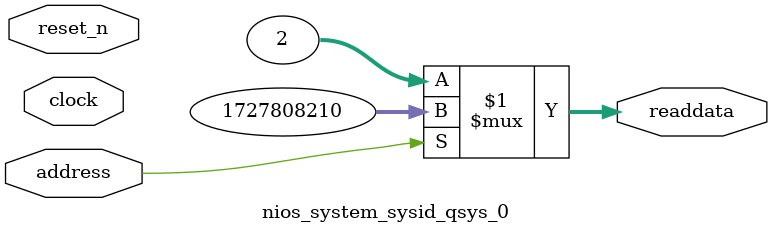
<source format=v>



// synthesis translate_off
`timescale 1ns / 1ps
// synthesis translate_on

// turn off superfluous verilog processor warnings 
// altera message_level Level1 
// altera message_off 10034 10035 10036 10037 10230 10240 10030 

module nios_system_sysid_qsys_0 (
               // inputs:
                address,
                clock,
                reset_n,

               // outputs:
                readdata
             )
;

  output  [ 31: 0] readdata;
  input            address;
  input            clock;
  input            reset_n;

  wire    [ 31: 0] readdata;
  //control_slave, which is an e_avalon_slave
  assign readdata = address ? 1727808210 : 2;

endmodule



</source>
